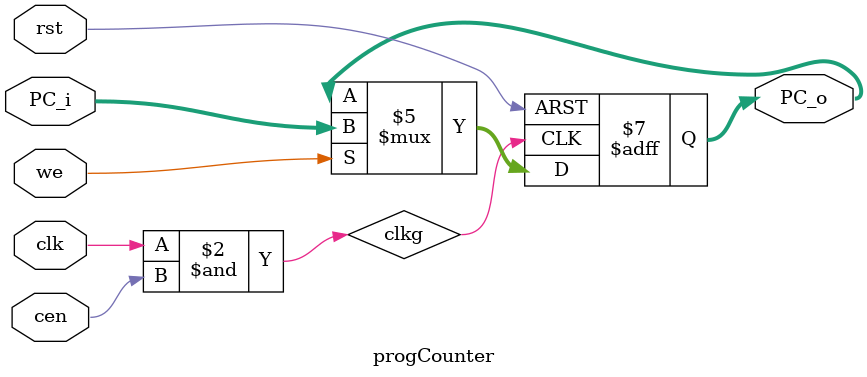
<source format=sv>
module progCounter (
    input logic [11:0] PC_i,
    input logic we,
    input logic clk,
    input logic cen,
    input logic rst,
    output logic [11:0] PC_o
);

    logic clkg;

    always_comb clkg = clk & cen;

    always_ff @( posedge clkg or posedge rst ) begin
        if (rst) begin
            PC_o = 12'b0;
        end
        else if (we) begin
            PC_o = PC_i;
        end
    end
    
endmodule
</source>
